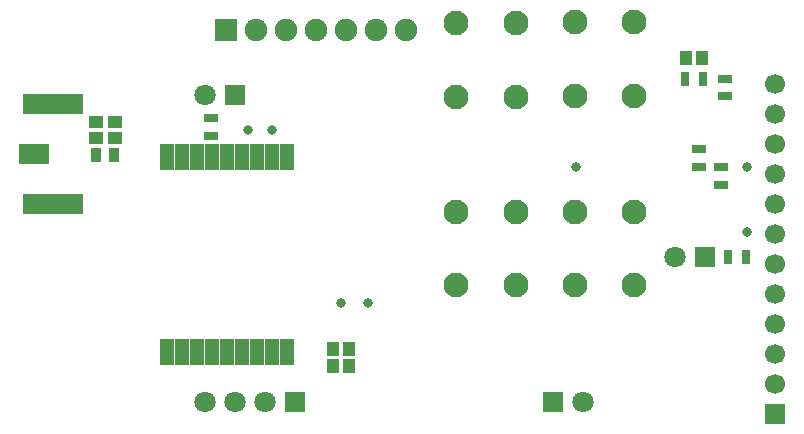
<source format=gts>
G04*
G04 #@! TF.GenerationSoftware,Altium Limited,Altium Designer,23.0.1 (38)*
G04*
G04 Layer_Color=8388736*
%FSLAX42Y42*%
%MOMM*%
G71*
G04*
G04 #@! TF.SameCoordinates,95CDDE1D-1A7E-4F85-AF55-DDA07DA04742*
G04*
G04*
G04 #@! TF.FilePolarity,Negative*
G04*
G01*
G75*
%ADD21R,1.15X0.80*%
%ADD22R,0.80X1.15*%
%ADD23R,1.00X1.20*%
%ADD24R,1.20X2.20*%
%ADD25R,1.20X1.00*%
%ADD26R,0.94X1.22*%
%ADD27R,5.10X1.80*%
%ADD28R,2.55X1.70*%
%ADD29C,1.91*%
%ADD30R,1.91X1.91*%
%ADD31R,1.70X1.70*%
%ADD32C,1.70*%
%ADD33C,2.10*%
%ADD34R,1.80X1.80*%
%ADD35C,1.80*%
%ADD36C,0.80*%
D21*
X1675Y2938D02*
D03*
Y3088D02*
D03*
X5988Y2525D02*
D03*
Y2675D02*
D03*
X5800Y2825D02*
D03*
Y2675D02*
D03*
X6025Y3275D02*
D03*
Y3425D02*
D03*
D22*
X5688Y3425D02*
D03*
X5838D02*
D03*
X6050Y1912D02*
D03*
X6200D02*
D03*
D23*
X2842Y988D02*
D03*
X2708D02*
D03*
X2843Y1136D02*
D03*
X2708D02*
D03*
X5695Y3600D02*
D03*
X5830D02*
D03*
D24*
X1423Y1112D02*
D03*
X1296Y2762D02*
D03*
X1423D02*
D03*
X1550D02*
D03*
X1677D02*
D03*
X1804D02*
D03*
X1931D02*
D03*
X2058D02*
D03*
X2185D02*
D03*
X2312D02*
D03*
Y1112D02*
D03*
X2185D02*
D03*
X2058D02*
D03*
X1931D02*
D03*
X1804D02*
D03*
X1677D02*
D03*
X1550D02*
D03*
X1296D02*
D03*
D25*
X862Y3055D02*
D03*
Y2920D02*
D03*
X700Y3055D02*
D03*
Y2920D02*
D03*
D26*
X702Y2775D02*
D03*
X849D02*
D03*
D27*
X333Y3212D02*
D03*
Y2362D02*
D03*
D28*
X175Y2788D02*
D03*
D29*
X3324Y3838D02*
D03*
X3070D02*
D03*
X2816D02*
D03*
X2562D02*
D03*
X2308D02*
D03*
X2054D02*
D03*
D30*
X1800D02*
D03*
D31*
X6450Y588D02*
D03*
D32*
Y3381D02*
D03*
Y3127D02*
D03*
Y2874D02*
D03*
Y2619D02*
D03*
Y2366D02*
D03*
Y2111D02*
D03*
Y1858D02*
D03*
Y1603D02*
D03*
Y1349D02*
D03*
Y1095D02*
D03*
Y841D02*
D03*
D33*
X4750Y3903D02*
D03*
Y3278D02*
D03*
X5250Y3903D02*
D03*
Y3278D02*
D03*
X4250Y3272D02*
D03*
Y3897D02*
D03*
X3750Y3272D02*
D03*
Y3897D02*
D03*
X5250Y1673D02*
D03*
Y2298D02*
D03*
X4750Y1673D02*
D03*
Y2298D02*
D03*
X4250Y1673D02*
D03*
Y2298D02*
D03*
X3750Y1673D02*
D03*
Y2298D02*
D03*
D34*
X5852Y1912D02*
D03*
X1879Y3288D02*
D03*
X4571Y688D02*
D03*
X2387Y688D02*
D03*
D35*
X5598Y1912D02*
D03*
X1625Y3288D02*
D03*
X4825Y688D02*
D03*
X2133Y688D02*
D03*
X1625D02*
D03*
X1879D02*
D03*
D36*
X4762Y2675D02*
D03*
X2188Y2988D02*
D03*
X1988D02*
D03*
X3000Y1525D02*
D03*
X2775D02*
D03*
X6212Y2675D02*
D03*
Y2125D02*
D03*
M02*

</source>
